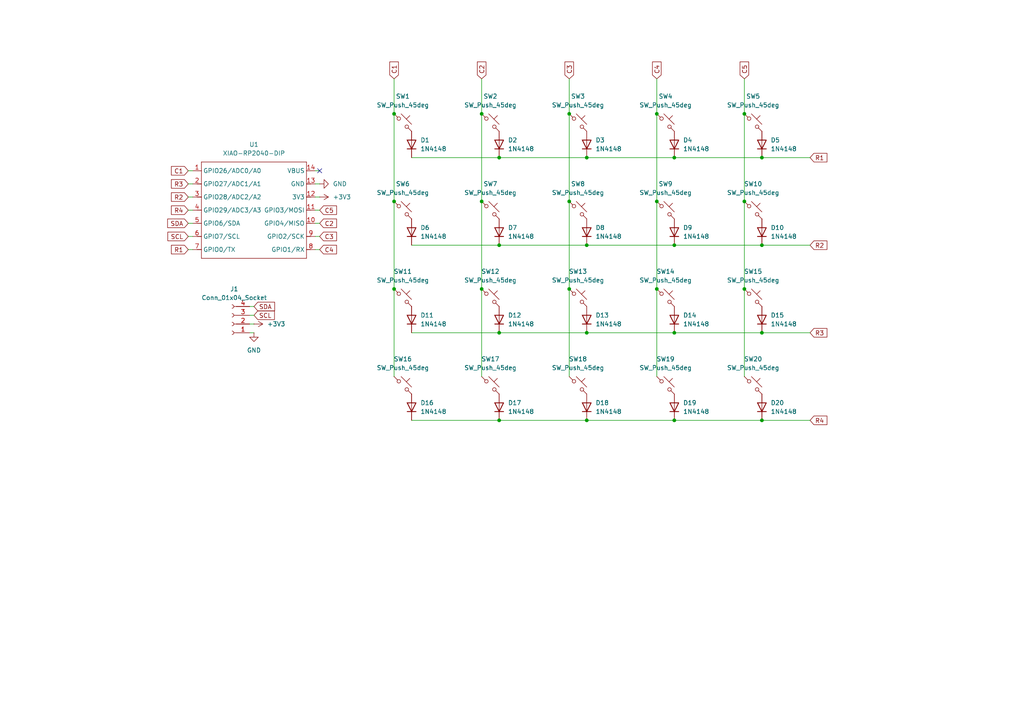
<source format=kicad_sch>
(kicad_sch (version 20250114) (generator "eeschema") (generator_version "9.0")
  (paper "A4")
  (lib_symbols
    (symbol "Connector:Conn_01x04_Socket" (pin_names (offset 1.016) (hide yes))
      (property "Reference" "J" (at 0 5.08 0))
      (property "Value" "Conn_01x04_Socket" (at 0 -7.62 0))
      (symbol "Conn_01x04_Socket_1_1"
        (polyline (pts (xy -1.27 2.54) (xy -0.508 2.54)) (stroke (width 0.1524)))
        (polyline (pts (xy -1.27 0) (xy -0.508 0)) (stroke (width 0.1524)))
        (polyline (pts (xy -1.27 -2.54) (xy -0.508 -2.54)) (stroke (width 0.1524)))
        (polyline (pts (xy -1.27 -5.08) (xy -0.508 -5.08)) (stroke (width 0.1524)))
        (arc (start 0 2.032) (mid -0.5058 2.54) (end 0 3.048) (stroke (width 0.1524)))
        (arc (start 0 -0.508) (mid -0.5058 0) (end 0 0.508) (stroke (width 0.1524)))
        (arc (start 0 -3.048) (mid -0.5058 -2.54) (end 0 -2.032) (stroke (width 0.1524)))
        (arc (start 0 -5.588) (mid -0.5058 -5.08) (end 0 -4.572) (stroke (width 0.1524)))
        (pin passive line (at -5.08 2.54 0) (length 3.81) (name "Pin_1") (number "1"))
        (pin passive line (at -5.08 0 0) (length 3.81) (name "Pin_2") (number "2"))
        (pin passive line (at -5.08 -2.54 0) (length 3.81) (name "Pin_3") (number "3"))
        (pin passive line (at -5.08 -5.08 0) (length 3.81) (name "Pin_4") (number "4"))
      )
    )
    (symbol "Diode:1N4148" (pin_numbers (hide yes)) (pin_names (hide yes))
      (property "Reference" "D" (at 0 2.54 0))
      (property "Value" "1N4148" (at 0 -2.54 0))
      (symbol "1N4148_0_1"
        (polyline (pts (xy -1.27 1.27) (xy -1.27 -1.27)) (stroke (width 0.254)))
        (polyline (pts (xy 1.27 1.27) (xy 1.27 -1.27) (xy -1.27 0) (xy 1.27 1.27)) (stroke (width 0.254)))
        (polyline (pts (xy 1.27 0) (xy -1.27 0)))
      )
      (symbol "1N4148_1_1"
        (pin passive line (at -3.81 0 0) (length 2.54) (name "K") (number "1"))
        (pin passive line (at 3.81 0 180) (length 2.54) (name "A") (number "2"))
      )
    )
    (symbol "Switch:SW_Push_45deg" (pin_numbers (hide yes)) (pin_names (offset 1.016) (hide yes))
      (property "Reference" "SW" (at 3.048 1.016 0))
      (property "Value" "SW_Push_45deg" (at 0 -3.81 0))
      (symbol "SW_Push_45deg_0_1"
        (polyline (pts (xy -2.54 2.54) (xy -1.524 1.524) (xy -1.524 1.524)))
        (circle (center -1.1684 1.1684) (radius 0.508))
        (polyline (pts (xy -0.508 2.54) (xy 2.54 -0.508)))
        (polyline (pts (xy 1.016 1.016) (xy 2.032 2.032)))
        (circle (center 1.143 -1.1938) (radius 0.508))
        (polyline (pts (xy 1.524 -1.524) (xy 2.54 -2.54) (xy 2.54 -2.54) (xy 2.54 -2.54)))
        (pin passive line (at -2.54 2.54 0) (length 0) (name "1") (number "1"))
        (pin passive line (at 2.54 -2.54 180) (length 0) (name "2") (number "2"))
      )
    )
    (symbol "XIAO:XIAO-RP2040-DIP"
      (property "Reference" "U" (at 0 0 0))
      (property "Value" "XIAO-RP2040-DIP" (at 5.334 -1.778 0))
      (symbol "XIAO-RP2040-DIP_1_0"
        (polyline (pts (xy -1.27 -2.54) (xy 29.21 -2.54)) (stroke (width 0.1524)))
        (polyline (pts (xy -1.27 -5.08) (xy -2.54 -5.08)) (stroke (width 0.1524)))
        (polyline (pts (xy -1.27 -5.08) (xy -1.27 -2.54)) (stroke (width 0.1524)))
        (polyline (pts (xy -1.27 -8.89) (xy -2.54 -8.89)) (stroke (width 0.1524)))
        (polyline (pts (xy -1.27 -8.89) (xy -1.27 -5.08)) (stroke (width 0.1524)))
        (polyline (pts (xy -1.27 -12.7) (xy -2.54 -12.7)) (stroke (width 0.1524)))
        (polyline (pts (xy -1.27 -12.7) (xy -1.27 -8.89)) (stroke (width 0.1524)))
        (polyline (pts (xy -1.27 -16.51) (xy -2.54 -16.51)) (stroke (width 0.1524)))
        (polyline (pts (xy -1.27 -16.51) (xy -1.27 -12.7)) (stroke (width 0.1524)))
        (polyline (pts (xy -1.27 -20.32) (xy -2.54 -20.32)) (stroke (width 0.1524)))
        (polyline (pts (xy -1.27 -24.13) (xy -2.54 -24.13)) (stroke (width 0.1524)))
        (polyline (pts (xy -1.27 -27.94) (xy -2.54 -27.94)) (stroke (width 0.1524)))
        (polyline (pts (xy -1.27 -30.48) (xy -1.27 -16.51)) (stroke (width 0.1524)))
        (polyline (pts (xy 29.21 -2.54) (xy 29.21 -5.08)) (stroke (width 0.1524)))
        (polyline (pts (xy 29.21 -5.08) (xy 29.21 -8.89)) (stroke (width 0.1524)))
        (polyline (pts (xy 29.21 -8.89) (xy 29.21 -12.7)) (stroke (width 0.1524)))
        (polyline (pts (xy 29.21 -12.7) (xy 29.21 -30.48)) (stroke (width 0.1524)))
        (polyline (pts (xy 29.21 -30.48) (xy -1.27 -30.48)) (stroke (width 0.1524)))
        (polyline (pts (xy 30.48 -5.08) (xy 29.21 -5.08)) (stroke (width 0.1524)))
        (polyline (pts (xy 30.48 -8.89) (xy 29.21 -8.89)) (stroke (width 0.1524)))
        (polyline (pts (xy 30.48 -12.7) (xy 29.21 -12.7)) (stroke (width 0.1524)))
        (polyline (pts (xy 30.48 -16.51) (xy 29.21 -16.51)) (stroke (width 0.1524)))
        (polyline (pts (xy 30.48 -20.32) (xy 29.21 -20.32)) (stroke (width 0.1524)))
        (polyline (pts (xy 30.48 -24.13) (xy 29.21 -24.13)) (stroke (width 0.1524)))
        (polyline (pts (xy 30.48 -27.94) (xy 29.21 -27.94)) (stroke (width 0.1524)))
        (pin passive line (at -3.81 -5.08 0) (length 2.54) (name "GPIO26/ADC0/A0") (number "1"))
        (pin passive line (at -3.81 -8.89 0) (length 2.54) (name "GPIO27/ADC1/A1") (number "2"))
        (pin passive line (at -3.81 -12.7 0) (length 2.54) (name "GPIO28/ADC2/A2") (number "3"))
        (pin passive line (at -3.81 -16.51 0) (length 2.54) (name "GPIO29/ADC3/A3") (number "4"))
        (pin passive line (at -3.81 -20.32 0) (length 2.54) (name "GPIO6/SDA") (number "5"))
        (pin passive line (at -3.81 -24.13 0) (length 2.54) (name "GPIO7/SCL") (number "6"))
        (pin passive line (at -3.81 -27.94 0) (length 2.54) (name "GPIO0/TX") (number "7"))
        (pin passive line (at 31.75 -5.08 180) (length 2.54) (name "VBUS") (number "14"))
        (pin passive line (at 31.75 -8.89 180) (length 2.54) (name "GND") (number "13"))
        (pin passive line (at 31.75 -12.7 180) (length 2.54) (name "3V3") (number "12"))
        (pin passive line (at 31.75 -16.51 180) (length 2.54) (name "GPIO3/MOSI") (number "11"))
        (pin passive line (at 31.75 -20.32 180) (length 2.54) (name "GPIO4/MISO") (number "10"))
        (pin passive line (at 31.75 -24.13 180) (length 2.54) (name "GPIO2/SCK") (number "9"))
        (pin passive line (at 31.75 -27.94 180) (length 2.54) (name "GPIO1/RX") (number "8"))
      )
    )
    (symbol "power:+3V3" (power) (pin_numbers (hide yes)) (pin_names (offset 0) (hide yes))
      (property "Value" "+3V3" (at 0 3.556 0))
      (symbol "+3V3_0_1"
        (polyline (pts (xy -0.762 1.27) (xy 0 2.54)))
        (polyline (pts (xy 0 2.54) (xy 0.762 1.27)))
        (polyline (pts (xy 0 0) (xy 0 2.54)))
      )
      (symbol "+3V3_1_1"
        (pin power_in line (at 0 0 90) (length 0) (name "~") (number "1"))
      )
    )
    (symbol "power:GND" (power) (pin_numbers (hide yes)) (pin_names (offset 0) (hide yes))
      (property "Value" "GND" (at 0 -3.81 0))
      (symbol "GND_0_1"
        (polyline (pts (xy 0 0) (xy 0 -1.27) (xy 1.27 -1.27) (xy 0 -2.54) (xy -1.27 -1.27) (xy 0 -1.27)))
      )
      (symbol "GND_1_1"
        (pin power_in line (at 0 0 270) (length 0) (name "~") (number "1"))
      )
    )
  )
  (junction (at 170.18 71.12))
  (junction (at 215.9 83.82))
  (junction (at 165.1 83.82))
  (junction (at 139.7 58.42))
  (junction (at 170.18 96.52))
  (junction (at 165.1 33.02))
  (junction (at 215.9 33.02))
  (junction (at 190.5 58.42))
  (junction (at 144.78 45.72))
  (junction (at 220.98 45.72))
  (junction (at 195.58 96.52))
  (junction (at 190.5 33.02))
  (junction (at 114.3 83.82))
  (junction (at 220.98 121.92))
  (junction (at 195.58 121.92))
  (junction (at 170.18 121.92))
  (junction (at 114.3 33.02))
  (junction (at 195.58 71.12))
  (junction (at 144.78 96.52))
  (junction (at 165.1 58.42))
  (junction (at 144.78 121.92))
  (junction (at 144.78 71.12))
  (junction (at 215.9 58.42))
  (junction (at 139.7 83.82))
  (junction (at 190.5 83.82))
  (junction (at 139.7 33.02))
  (junction (at 220.98 96.52))
  (junction (at 170.18 45.72))
  (junction (at 195.58 45.72))
  (junction (at 114.3 58.42))
  (junction (at 220.98 71.12))
  (no_connect (at 92.71 49.53))
  (wire (pts (xy 119.38 45.72) (xy 144.78 45.72)))
  (wire (pts (xy 119.38 121.92) (xy 144.78 121.92)))
  (wire (pts (xy 139.7 58.42) (xy 139.7 83.82)))
  (wire (pts (xy 54.61 68.58) (xy 55.88 68.58)))
  (wire (pts (xy 234.95 96.52) (xy 220.98 96.52)))
  (wire (pts (xy 73.66 93.98) (xy 72.39 93.98)))
  (wire (pts (xy 92.71 60.96) (xy 91.44 60.96)))
  (wire (pts (xy 54.61 57.15) (xy 55.88 57.15)))
  (wire (pts (xy 139.7 33.02) (xy 139.7 58.42)))
  (wire (pts (xy 114.3 83.82) (xy 114.3 109.22)))
  (wire (pts (xy 190.5 83.82) (xy 190.5 109.22)))
  (wire (pts (xy 170.18 45.72) (xy 195.58 45.72)))
  (wire (pts (xy 114.3 22.86) (xy 114.3 33.02)))
  (wire (pts (xy 139.7 83.82) (xy 139.7 109.22)))
  (wire (pts (xy 195.58 45.72) (xy 220.98 45.72)))
  (wire (pts (xy 144.78 45.72) (xy 170.18 45.72)))
  (wire (pts (xy 114.3 33.02) (xy 114.3 58.42)))
  (wire (pts (xy 215.9 22.86) (xy 215.9 33.02)))
  (wire (pts (xy 144.78 71.12) (xy 170.18 71.12)))
  (wire (pts (xy 170.18 71.12) (xy 195.58 71.12)))
  (wire (pts (xy 92.71 53.34) (xy 91.44 53.34)))
  (wire (pts (xy 92.71 57.15) (xy 91.44 57.15)))
  (wire (pts (xy 190.5 58.42) (xy 190.5 83.82)))
  (wire (pts (xy 92.71 68.58) (xy 91.44 68.58)))
  (wire (pts (xy 54.61 60.96) (xy 55.88 60.96)))
  (wire (pts (xy 54.61 53.34) (xy 55.88 53.34)))
  (wire (pts (xy 190.5 22.86) (xy 190.5 33.02)))
  (wire (pts (xy 54.61 49.53) (xy 55.88 49.53)))
  (wire (pts (xy 92.71 64.77) (xy 91.44 64.77)))
  (wire (pts (xy 195.58 121.92) (xy 220.98 121.92)))
  (wire (pts (xy 234.95 121.92) (xy 220.98 121.92)))
  (wire (pts (xy 234.95 71.12) (xy 220.98 71.12)))
  (wire (pts (xy 54.61 72.39) (xy 55.88 72.39)))
  (wire (pts (xy 190.5 33.02) (xy 190.5 58.42)))
  (wire (pts (xy 54.61 64.77) (xy 55.88 64.77)))
  (wire (pts (xy 144.78 96.52) (xy 170.18 96.52)))
  (wire (pts (xy 195.58 96.52) (xy 220.98 96.52)))
  (wire (pts (xy 119.38 71.12) (xy 144.78 71.12)))
  (wire (pts (xy 139.7 22.86) (xy 139.7 33.02)))
  (wire (pts (xy 165.1 33.02) (xy 165.1 58.42)))
  (wire (pts (xy 73.66 96.52) (xy 72.39 96.52)))
  (wire (pts (xy 119.38 96.52) (xy 144.78 96.52)))
  (wire (pts (xy 73.66 88.9) (xy 72.39 88.9)))
  (wire (pts (xy 215.9 58.42) (xy 215.9 83.82)))
  (wire (pts (xy 73.66 91.44) (xy 72.39 91.44)))
  (wire (pts (xy 165.1 83.82) (xy 165.1 109.22)))
  (wire (pts (xy 170.18 96.52) (xy 195.58 96.52)))
  (wire (pts (xy 234.95 45.72) (xy 220.98 45.72)))
  (wire (pts (xy 165.1 58.42) (xy 165.1 83.82)))
  (wire (pts (xy 144.78 121.92) (xy 170.18 121.92)))
  (wire (pts (xy 215.9 33.02) (xy 215.9 58.42)))
  (wire (pts (xy 114.3 58.42) (xy 114.3 83.82)))
  (wire (pts (xy 215.9 83.82) (xy 215.9 109.22)))
  (wire (pts (xy 195.58 71.12) (xy 220.98 71.12)))
  (wire (pts (xy 92.71 49.53) (xy 91.44 49.53)))
  (wire (pts (xy 165.1 22.86) (xy 165.1 33.02)))
  (wire (pts (xy 170.18 121.92) (xy 195.58 121.92)))
  (wire (pts (xy 92.71 72.39) (xy 91.44 72.39)))
  (global_label "C2" (shape input) (at 139.7 22.86 90) (property "Intersheetrefs" "${INTERSHEET_REFS}" (effects (hide yes))))
  (global_label "R2" (shape input) (at 234.95 71.12 0) (property "Intersheetrefs" "${INTERSHEET_REFS}" (effects (hide yes))))
  (global_label "C3" (shape input) (at 92.71 68.58 0) (property "Intersheetrefs" "${INTERSHEET_REFS}" (effects (hide yes))))
  (global_label "R1" (shape input) (at 54.61 72.39 180) (property "Intersheetrefs" "${INTERSHEET_REFS}" (effects (hide yes))))
  (global_label "C1" (shape input) (at 114.3 22.86 90) (property "Intersheetrefs" "${INTERSHEET_REFS}" (effects (hide yes))))
  (global_label "R3" (shape input) (at 54.61 53.34 180) (property "Intersheetrefs" "${INTERSHEET_REFS}" (effects (hide yes))))
  (global_label "R3" (shape input) (at 234.95 96.52 0) (property "Intersheetrefs" "${INTERSHEET_REFS}" (effects (hide yes))))
  (global_label "R1" (shape input) (at 234.95 45.72 0) (property "Intersheetrefs" "${INTERSHEET_REFS}" (effects (hide yes))))
  (global_label "R2" (shape input) (at 54.61 57.15 180) (property "Intersheetrefs" "${INTERSHEET_REFS}" (effects (hide yes))))
  (global_label "R4" (shape input) (at 234.95 121.92 0) (property "Intersheetrefs" "${INTERSHEET_REFS}" (effects (hide yes))))
  (global_label "C2" (shape input) (at 92.71 64.77 0) (property "Intersheetrefs" "${INTERSHEET_REFS}" (effects (hide yes))))
  (global_label "C1" (shape input) (at 54.61 49.53 180) (property "Intersheetrefs" "${INTERSHEET_REFS}" (effects (hide yes))))
  (global_label "C3" (shape input) (at 165.1 22.86 90) (property "Intersheetrefs" "${INTERSHEET_REFS}" (effects (hide yes))))
  (global_label "R4" (shape input) (at 54.61 60.96 180) (property "Intersheetrefs" "${INTERSHEET_REFS}" (effects (hide yes))))
  (global_label "SCL" (shape input) (at 54.61 68.58 180) (property "Intersheetrefs" "${INTERSHEET_REFS}" (effects (hide yes))))
  (global_label "SCL" (shape input) (at 73.66 91.44 0) (property "Intersheetrefs" "${INTERSHEET_REFS}" (effects (hide yes))))
  (global_label "C4" (shape input) (at 92.71 72.39 0) (property "Intersheetrefs" "${INTERSHEET_REFS}" (effects (hide yes))))
  (global_label "C5" (shape input) (at 92.71 60.96 0) (property "Intersheetrefs" "${INTERSHEET_REFS}" (effects (hide yes))))
  (global_label "C4" (shape input) (at 190.5 22.86 90) (property "Intersheetrefs" "${INTERSHEET_REFS}" (effects (hide yes))))
  (global_label "SDA" (shape input) (at 54.61 64.77 180) (property "Intersheetrefs" "${INTERSHEET_REFS}" (effects (hide yes))))
  (global_label "C5" (shape input) (at 215.9 22.86 90) (property "Intersheetrefs" "${INTERSHEET_REFS}" (effects (hide yes))))
  (global_label "SDA" (shape input) (at 73.66 88.9 0) (property "Intersheetrefs" "${INTERSHEET_REFS}" (effects (hide yes))))
  (symbol (lib_id "Diode:1N4148") (at 195.58 41.91 90) (unit 1)
    (property "Reference" "D4" (at 198.12 40.6399 90) (effects (justify right)))
    (property "Value" "1N4148" (at 198.12 43.1799 90) (effects (justify right)))
    (property "Footprint" "Diode_THT:D_DO-35_SOD27_P7.62mm_Horizontal" (effects (hide yes)))
    (property "Datasheet" "https://assets.nexperia.com/documents/data-sheet/1N4148_1N4448.pdf" (effects (hide yes)))
    (property "Description" "100V 0.15A standard switching diode, DO-35" (effects (hide yes)))
    (property "Sim.Device" "D" (effects (hide yes)))
    (property "Sim.Pins" "1=K 2=A" (effects (hide yes)))
  )
  (symbol (lib_id "Diode:1N4148") (at 195.58 118.11 90) (unit 1)
    (property "Reference" "D19" (at 198.12 116.8399 90) (effects (justify right)))
    (property "Value" "1N4148" (at 198.12 119.3799 90) (effects (justify right)))
    (property "Footprint" "Diode_THT:D_DO-35_SOD27_P7.62mm_Horizontal" (effects (hide yes)))
    (property "Datasheet" "https://assets.nexperia.com/documents/data-sheet/1N4148_1N4448.pdf" (effects (hide yes)))
    (property "Description" "100V 0.15A standard switching diode, DO-35" (effects (hide yes)))
    (property "Sim.Device" "D" (effects (hide yes)))
    (property "Sim.Pins" "1=K 2=A" (effects (hide yes)))
  )
  (symbol (lib_id "Switch:SW_Push_45deg") (at 116.84 86.36 0) (unit 1)
    (property "Reference" "SW11" (at 116.84 78.74 0))
    (property "Value" "SW_Push_45deg" (at 116.84 81.28 0))
    (property "Footprint" "dual_hotswap:dual-hotswap_MX" (effects (hide yes)))
    (property "Description" "Push button switch, normally open, two pins, 45° tilted" (effects (hide yes)))
  )
  (symbol (lib_id "Diode:1N4148") (at 220.98 41.91 90) (unit 1)
    (property "Reference" "D5" (at 223.52 40.6399 90) (effects (justify right)))
    (property "Value" "1N4148" (at 223.52 43.1799 90) (effects (justify right)))
    (property "Footprint" "Diode_THT:D_DO-35_SOD27_P7.62mm_Horizontal" (effects (hide yes)))
    (property "Datasheet" "https://assets.nexperia.com/documents/data-sheet/1N4148_1N4448.pdf" (effects (hide yes)))
    (property "Description" "100V 0.15A standard switching diode, DO-35" (effects (hide yes)))
    (property "Sim.Device" "D" (effects (hide yes)))
    (property "Sim.Pins" "1=K 2=A" (effects (hide yes)))
  )
  (symbol (lib_id "Diode:1N4148") (at 144.78 67.31 90) (unit 1)
    (property "Reference" "D7" (at 147.32 66.0399 90) (effects (justify right)))
    (property "Value" "1N4148" (at 147.32 68.5799 90) (effects (justify right)))
    (property "Footprint" "Diode_THT:D_DO-35_SOD27_P7.62mm_Horizontal" (effects (hide yes)))
    (property "Datasheet" "https://assets.nexperia.com/documents/data-sheet/1N4148_1N4448.pdf" (effects (hide yes)))
    (property "Description" "100V 0.15A standard switching diode, DO-35" (effects (hide yes)))
    (property "Sim.Device" "D" (effects (hide yes)))
    (property "Sim.Pins" "1=K 2=A" (effects (hide yes)))
  )
  (symbol (lib_id "XIAO:XIAO-RP2040-DIP") (at 59.69 44.45 0) (unit 1)
    (property "Reference" "U1" (at 73.66 41.91 0))
    (property "Value" "XIAO-RP2040-DIP" (at 73.66 44.45 0))
    (property "Footprint" "Seeed-XIAO:XIAO-RP2040-DIP" (effects (hide yes)))
  )
  (symbol (lib_id "Switch:SW_Push_45deg") (at 193.04 86.36 0) (unit 1)
    (property "Reference" "SW14" (at 193.04 78.74 0))
    (property "Value" "SW_Push_45deg" (at 193.04 81.28 0))
    (property "Footprint" "dual_hotswap:dual-hotswap_MX" (effects (hide yes)))
    (property "Description" "Push button switch, normally open, two pins, 45° tilted" (effects (hide yes)))
  )
  (symbol (lib_id "Diode:1N4148") (at 220.98 118.11 90) (unit 1)
    (property "Reference" "D20" (at 223.52 116.8399 90) (effects (justify right)))
    (property "Value" "1N4148" (at 223.52 119.3799 90) (effects (justify right)))
    (property "Footprint" "Diode_THT:D_DO-35_SOD27_P7.62mm_Horizontal" (effects (hide yes)))
    (property "Datasheet" "https://assets.nexperia.com/documents/data-sheet/1N4148_1N4448.pdf" (effects (hide yes)))
    (property "Description" "100V 0.15A standard switching diode, DO-35" (effects (hide yes)))
    (property "Sim.Device" "D" (effects (hide yes)))
    (property "Sim.Pins" "1=K 2=A" (effects (hide yes)))
  )
  (symbol (lib_id "Switch:SW_Push_45deg") (at 218.44 35.56 0) (unit 1)
    (property "Reference" "SW5" (at 218.44 27.94 0))
    (property "Value" "SW_Push_45deg" (at 218.44 30.48 0))
    (property "Footprint" "dual_hotswap:dual-hotswap_MX" (effects (hide yes)))
    (property "Description" "Push button switch, normally open, two pins, 45° tilted" (effects (hide yes)))
  )
  (symbol (lib_id "Switch:SW_Push_45deg") (at 218.44 60.96 0) (unit 1)
    (property "Reference" "SW10" (at 218.44 53.34 0))
    (property "Value" "SW_Push_45deg" (at 218.44 55.88 0))
    (property "Footprint" "dual_hotswap:dual-hotswap_MX" (effects (hide yes)))
    (property "Description" "Push button switch, normally open, two pins, 45° tilted" (effects (hide yes)))
  )
  (symbol (lib_id "Diode:1N4148") (at 144.78 92.71 90) (unit 1)
    (property "Reference" "D12" (at 147.32 91.4399 90) (effects (justify right)))
    (property "Value" "1N4148" (at 147.32 93.9799 90) (effects (justify right)))
    (property "Footprint" "Diode_THT:D_DO-35_SOD27_P7.62mm_Horizontal" (effects (hide yes)))
    (property "Datasheet" "https://assets.nexperia.com/documents/data-sheet/1N4148_1N4448.pdf" (effects (hide yes)))
    (property "Description" "100V 0.15A standard switching diode, DO-35" (effects (hide yes)))
    (property "Sim.Device" "D" (effects (hide yes)))
    (property "Sim.Pins" "1=K 2=A" (effects (hide yes)))
  )
  (symbol (lib_id "Switch:SW_Push_45deg") (at 167.64 111.76 0) (unit 1)
    (property "Reference" "SW18" (at 167.64 104.14 0))
    (property "Value" "SW_Push_45deg" (at 167.64 106.68 0))
    (property "Footprint" "dual_hotswap:dual-hotswap_MX" (effects (hide yes)))
    (property "Description" "Push button switch, normally open, two pins, 45° tilted" (effects (hide yes)))
  )
  (symbol (lib_id "power:GND") (at 73.66 96.52 0) (unit 1)
    (property "Reference" "#PWR02" (effects (hide yes)))
    (property "Value" "GND" (at 73.66 101.6 0))
    (property "Description" "Power symbol creates a global label with name \"GND\" , ground" (effects (hide yes)))
  )
  (symbol (lib_id "Switch:SW_Push_45deg") (at 142.24 86.36 0) (unit 1)
    (property "Reference" "SW12" (at 142.24 78.74 0))
    (property "Value" "SW_Push_45deg" (at 142.24 81.28 0))
    (property "Footprint" "dual_hotswap:dual-hotswap_MX" (effects (hide yes)))
    (property "Description" "Push button switch, normally open, two pins, 45° tilted" (effects (hide yes)))
  )
  (symbol (lib_id "Switch:SW_Push_45deg") (at 218.44 111.76 0) (unit 1)
    (property "Reference" "SW20" (at 218.44 104.14 0))
    (property "Value" "SW_Push_45deg" (at 218.44 106.68 0))
    (property "Footprint" "dual_hotswap:dual-hotswap_MX" (effects (hide yes)))
    (property "Description" "Push button switch, normally open, two pins, 45° tilted" (effects (hide yes)))
  )
  (symbol (lib_id "Diode:1N4148") (at 119.38 92.71 90) (unit 1)
    (property "Reference" "D11" (at 121.92 91.4399 90) (effects (justify right)))
    (property "Value" "1N4148" (at 121.92 93.9799 90) (effects (justify right)))
    (property "Footprint" "Diode_THT:D_DO-35_SOD27_P7.62mm_Horizontal" (effects (hide yes)))
    (property "Datasheet" "https://assets.nexperia.com/documents/data-sheet/1N4148_1N4448.pdf" (effects (hide yes)))
    (property "Description" "100V 0.15A standard switching diode, DO-35" (effects (hide yes)))
    (property "Sim.Device" "D" (effects (hide yes)))
    (property "Sim.Pins" "1=K 2=A" (effects (hide yes)))
  )
  (symbol (lib_id "Diode:1N4148") (at 170.18 41.91 90) (unit 1)
    (property "Reference" "D3" (at 172.72 40.6399 90) (effects (justify right)))
    (property "Value" "1N4148" (at 172.72 43.1799 90) (effects (justify right)))
    (property "Footprint" "Diode_THT:D_DO-35_SOD27_P7.62mm_Horizontal" (effects (hide yes)))
    (property "Datasheet" "https://assets.nexperia.com/documents/data-sheet/1N4148_1N4448.pdf" (effects (hide yes)))
    (property "Description" "100V 0.15A standard switching diode, DO-35" (effects (hide yes)))
    (property "Sim.Device" "D" (effects (hide yes)))
    (property "Sim.Pins" "1=K 2=A" (effects (hide yes)))
  )
  (symbol (lib_id "Diode:1N4148") (at 144.78 41.91 90) (unit 1)
    (property "Reference" "D2" (at 147.32 40.6399 90) (effects (justify right)))
    (property "Value" "1N4148" (at 147.32 43.1799 90) (effects (justify right)))
    (property "Footprint" "Diode_THT:D_DO-35_SOD27_P7.62mm_Horizontal" (effects (hide yes)))
    (property "Datasheet" "https://assets.nexperia.com/documents/data-sheet/1N4148_1N4448.pdf" (effects (hide yes)))
    (property "Description" "100V 0.15A standard switching diode, DO-35" (effects (hide yes)))
    (property "Sim.Device" "D" (effects (hide yes)))
    (property "Sim.Pins" "1=K 2=A" (effects (hide yes)))
  )
  (symbol (lib_id "Switch:SW_Push_45deg") (at 116.84 111.76 0) (unit 1)
    (property "Reference" "SW16" (at 116.84 104.14 0))
    (property "Value" "SW_Push_45deg" (at 116.84 106.68 0))
    (property "Footprint" "dual_hotswap:dual-hotswap_MX" (effects (hide yes)))
    (property "Description" "Push button switch, normally open, two pins, 45° tilted" (effects (hide yes)))
  )
  (symbol (lib_id "Switch:SW_Push_45deg") (at 116.84 60.96 0) (unit 1)
    (property "Reference" "SW6" (at 116.84 53.34 0))
    (property "Value" "SW_Push_45deg" (at 116.84 55.88 0))
    (property "Footprint" "dual_hotswap:dual-hotswap_MX" (effects (hide yes)))
    (property "Description" "Push button switch, normally open, two pins, 45° tilted" (effects (hide yes)))
  )
  (symbol (lib_id "Switch:SW_Push_45deg") (at 142.24 111.76 0) (unit 1)
    (property "Reference" "SW17" (at 142.24 104.14 0))
    (property "Value" "SW_Push_45deg" (at 142.24 106.68 0))
    (property "Footprint" "dual_hotswap:dual-hotswap_MX" (effects (hide yes)))
    (property "Description" "Push button switch, normally open, two pins, 45° tilted" (effects (hide yes)))
  )
  (symbol (lib_id "Diode:1N4148") (at 119.38 41.91 90) (unit 1)
    (property "Reference" "D1" (at 121.92 40.6399 90) (effects (justify right)))
    (property "Value" "1N4148" (at 121.92 43.1799 90) (effects (justify right)))
    (property "Footprint" "Diode_THT:D_DO-35_SOD27_P7.62mm_Horizontal" (effects (hide yes)))
    (property "Datasheet" "https://assets.nexperia.com/documents/data-sheet/1N4148_1N4448.pdf" (effects (hide yes)))
    (property "Description" "100V 0.15A standard switching diode, DO-35" (effects (hide yes)))
    (property "Sim.Device" "D" (effects (hide yes)))
    (property "Sim.Pins" "1=K 2=A" (effects (hide yes)))
  )
  (symbol (lib_id "power:+3V3") (at 73.66 93.98 270) (unit 1)
    (property "Reference" "#PWR01" (effects (hide yes)))
    (property "Value" "+3V3" (at 77.47 93.9799 90) (effects (justify left)))
    (property "Description" "Power symbol creates a global label with name \"+3V3\"" (effects (hide yes)))
  )
  (symbol (lib_id "Diode:1N4148") (at 144.78 118.11 90) (unit 1)
    (property "Reference" "D17" (at 147.32 116.8399 90) (effects (justify right)))
    (property "Value" "1N4148" (at 147.32 119.3799 90) (effects (justify right)))
    (property "Footprint" "Diode_THT:D_DO-35_SOD27_P7.62mm_Horizontal" (effects (hide yes)))
    (property "Datasheet" "https://assets.nexperia.com/documents/data-sheet/1N4148_1N4448.pdf" (effects (hide yes)))
    (property "Description" "100V 0.15A standard switching diode, DO-35" (effects (hide yes)))
    (property "Sim.Device" "D" (effects (hide yes)))
    (property "Sim.Pins" "1=K 2=A" (effects (hide yes)))
  )
  (symbol (lib_id "Switch:SW_Push_45deg") (at 116.84 35.56 0) (unit 1)
    (property "Reference" "SW1" (at 116.84 27.94 0))
    (property "Value" "SW_Push_45deg" (at 116.84 30.48 0))
    (property "Footprint" "dual_hotswap:dual-hotswap_MX" (effects (hide yes)))
    (property "Description" "Push button switch, normally open, two pins, 45° tilted" (effects (hide yes)))
  )
  (symbol (lib_id "power:+3V3") (at 92.71 57.15 270) (unit 1)
    (property "Reference" "#PWR04" (effects (hide yes)))
    (property "Value" "+3V3" (at 96.52 57.1499 90) (effects (justify left)))
    (property "Description" "Power symbol creates a global label with name \"+3V3\"" (effects (hide yes)))
  )
  (symbol (lib_id "Switch:SW_Push_45deg") (at 193.04 111.76 0) (unit 1)
    (property "Reference" "SW19" (at 193.04 104.14 0))
    (property "Value" "SW_Push_45deg" (at 193.04 106.68 0))
    (property "Footprint" "dual_hotswap:dual-hotswap_MX" (effects (hide yes)))
    (property "Description" "Push button switch, normally open, two pins, 45° tilted" (effects (hide yes)))
  )
  (symbol (lib_id "Switch:SW_Push_45deg") (at 218.44 86.36 0) (unit 1)
    (property "Reference" "SW15" (at 218.44 78.74 0))
    (property "Value" "SW_Push_45deg" (at 218.44 81.28 0))
    (property "Footprint" "dual_hotswap:dual-hotswap_MX" (effects (hide yes)))
    (property "Description" "Push button switch, normally open, two pins, 45° tilted" (effects (hide yes)))
  )
  (symbol (lib_id "Switch:SW_Push_45deg") (at 142.24 35.56 0) (unit 1)
    (property "Reference" "SW2" (at 142.24 27.94 0))
    (property "Value" "SW_Push_45deg" (at 142.24 30.48 0))
    (property "Footprint" "dual_hotswap:dual-hotswap_MX" (effects (hide yes)))
    (property "Description" "Push button switch, normally open, two pins, 45° tilted" (effects (hide yes)))
  )
  (symbol (lib_id "Diode:1N4148") (at 119.38 67.31 90) (unit 1)
    (property "Reference" "D6" (at 121.92 66.0399 90) (effects (justify right)))
    (property "Value" "1N4148" (at 121.92 68.5799 90) (effects (justify right)))
    (property "Footprint" "Diode_THT:D_DO-35_SOD27_P7.62mm_Horizontal" (effects (hide yes)))
    (property "Datasheet" "https://assets.nexperia.com/documents/data-sheet/1N4148_1N4448.pdf" (effects (hide yes)))
    (property "Description" "100V 0.15A standard switching diode, DO-35" (effects (hide yes)))
    (property "Sim.Device" "D" (effects (hide yes)))
    (property "Sim.Pins" "1=K 2=A" (effects (hide yes)))
  )
  (symbol (lib_id "Diode:1N4148") (at 170.18 118.11 90) (unit 1)
    (property "Reference" "D18" (at 172.72 116.8399 90) (effects (justify right)))
    (property "Value" "1N4148" (at 172.72 119.3799 90) (effects (justify right)))
    (property "Footprint" "Diode_THT:D_DO-35_SOD27_P7.62mm_Horizontal" (effects (hide yes)))
    (property "Datasheet" "https://assets.nexperia.com/documents/data-sheet/1N4148_1N4448.pdf" (effects (hide yes)))
    (property "Description" "100V 0.15A standard switching diode, DO-35" (effects (hide yes)))
    (property "Sim.Device" "D" (effects (hide yes)))
    (property "Sim.Pins" "1=K 2=A" (effects (hide yes)))
  )
  (symbol (lib_id "Diode:1N4148") (at 170.18 67.31 90) (unit 1)
    (property "Reference" "D8" (at 172.72 66.0399 90) (effects (justify right)))
    (property "Value" "1N4148" (at 172.72 68.5799 90) (effects (justify right)))
    (property "Footprint" "Diode_THT:D_DO-35_SOD27_P7.62mm_Horizontal" (effects (hide yes)))
    (property "Datasheet" "https://assets.nexperia.com/documents/data-sheet/1N4148_1N4448.pdf" (effects (hide yes)))
    (property "Description" "100V 0.15A standard switching diode, DO-35" (effects (hide yes)))
    (property "Sim.Device" "D" (effects (hide yes)))
    (property "Sim.Pins" "1=K 2=A" (effects (hide yes)))
  )
  (symbol (lib_id "Diode:1N4148") (at 119.38 118.11 90) (unit 1)
    (property "Reference" "D16" (at 121.92 116.8399 90) (effects (justify right)))
    (property "Value" "1N4148" (at 121.92 119.3799 90) (effects (justify right)))
    (property "Footprint" "Diode_THT:D_DO-35_SOD27_P7.62mm_Horizontal" (effects (hide yes)))
    (property "Datasheet" "https://assets.nexperia.com/documents/data-sheet/1N4148_1N4448.pdf" (effects (hide yes)))
    (property "Description" "100V 0.15A standard switching diode, DO-35" (effects (hide yes)))
    (property "Sim.Device" "D" (effects (hide yes)))
    (property "Sim.Pins" "1=K 2=A" (effects (hide yes)))
  )
  (symbol (lib_id "Diode:1N4148") (at 220.98 67.31 90) (unit 1)
    (property "Reference" "D10" (at 223.52 66.0399 90) (effects (justify right)))
    (property "Value" "1N4148" (at 223.52 68.5799 90) (effects (justify right)))
    (property "Footprint" "Diode_THT:D_DO-35_SOD27_P7.62mm_Horizontal" (effects (hide yes)))
    (property "Datasheet" "https://assets.nexperia.com/documents/data-sheet/1N4148_1N4448.pdf" (effects (hide yes)))
    (property "Description" "100V 0.15A standard switching diode, DO-35" (effects (hide yes)))
    (property "Sim.Device" "D" (effects (hide yes)))
    (property "Sim.Pins" "1=K 2=A" (effects (hide yes)))
  )
  (symbol (lib_id "Switch:SW_Push_45deg") (at 167.64 60.96 0) (unit 1)
    (property "Reference" "SW8" (at 167.64 53.34 0))
    (property "Value" "SW_Push_45deg" (at 167.64 55.88 0))
    (property "Footprint" "dual_hotswap:dual-hotswap_MX" (effects (hide yes)))
    (property "Description" "Push button switch, normally open, two pins, 45° tilted" (effects (hide yes)))
  )
  (symbol (lib_id "Switch:SW_Push_45deg") (at 193.04 60.96 0) (unit 1)
    (property "Reference" "SW9" (at 193.04 53.34 0))
    (property "Value" "SW_Push_45deg" (at 193.04 55.88 0))
    (property "Footprint" "dual_hotswap:dual-hotswap_MX" (effects (hide yes)))
    (property "Description" "Push button switch, normally open, two pins, 45° tilted" (effects (hide yes)))
  )
  (symbol (lib_id "Connector:Conn_01x04_Socket") (at 67.31 93.98 180) (unit 1)
    (property "Reference" "J1" (at 67.945 83.82 0))
    (property "Value" "Conn_01x04_Socket" (at 67.945 86.36 0))
    (property "Footprint" "0.91-OLED:SSD1306-0.91-OLED-4pin-128x32" (effects (hide yes)))
    (property "Description" "Generic connector, single row, 01x04, script generated" (effects (hide yes)))
  )
  (symbol (lib_id "Diode:1N4148") (at 220.98 92.71 90) (unit 1)
    (property "Reference" "D15" (at 223.52 91.4399 90) (effects (justify right)))
    (property "Value" "1N4148" (at 223.52 93.9799 90) (effects (justify right)))
    (property "Footprint" "Diode_THT:D_DO-35_SOD27_P7.62mm_Horizontal" (effects (hide yes)))
    (property "Datasheet" "https://assets.nexperia.com/documents/data-sheet/1N4148_1N4448.pdf" (effects (hide yes)))
    (property "Description" "100V 0.15A standard switching diode, DO-35" (effects (hide yes)))
    (property "Sim.Device" "D" (effects (hide yes)))
    (property "Sim.Pins" "1=K 2=A" (effects (hide yes)))
  )
  (symbol (lib_id "Switch:SW_Push_45deg") (at 167.64 86.36 0) (unit 1)
    (property "Reference" "SW13" (at 167.64 78.74 0))
    (property "Value" "SW_Push_45deg" (at 167.64 81.28 0))
    (property "Footprint" "dual_hotswap:dual-hotswap_MX" (effects (hide yes)))
    (property "Description" "Push button switch, normally open, two pins, 45° tilted" (effects (hide yes)))
  )
  (symbol (lib_id "Switch:SW_Push_45deg") (at 193.04 35.56 0) (unit 1)
    (property "Reference" "SW4" (at 193.04 27.94 0))
    (property "Value" "SW_Push_45deg" (at 193.04 30.48 0))
    (property "Footprint" "dual_hotswap:dual-hotswap_MX" (effects (hide yes)))
    (property "Description" "Push button switch, normally open, two pins, 45° tilted" (effects (hide yes)))
  )
  (symbol (lib_id "Diode:1N4148") (at 195.58 67.31 90) (unit 1)
    (property "Reference" "D9" (at 198.12 66.0399 90) (effects (justify right)))
    (property "Value" "1N4148" (at 198.12 68.5799 90) (effects (justify right)))
    (property "Footprint" "Diode_THT:D_DO-35_SOD27_P7.62mm_Horizontal" (effects (hide yes)))
    (property "Datasheet" "https://assets.nexperia.com/documents/data-sheet/1N4148_1N4448.pdf" (effects (hide yes)))
    (property "Description" "100V 0.15A standard switching diode, DO-35" (effects (hide yes)))
    (property "Sim.Device" "D" (effects (hide yes)))
    (property "Sim.Pins" "1=K 2=A" (effects (hide yes)))
  )
  (symbol (lib_id "Switch:SW_Push_45deg") (at 167.64 35.56 0) (unit 1)
    (property "Reference" "SW3" (at 167.64 27.94 0))
    (property "Value" "SW_Push_45deg" (at 167.64 30.48 0))
    (property "Footprint" "dual_hotswap:dual-hotswap_MX" (effects (hide yes)))
    (property "Description" "Push button switch, normally open, two pins, 45° tilted" (effects (hide yes)))
  )
  (symbol (lib_id "power:GND") (at 92.71 53.34 90) (unit 1)
    (property "Reference" "#PWR03" (effects (hide yes)))
    (property "Value" "GND" (at 96.52 53.3399 90) (effects (justify right)))
    (property "Description" "Power symbol creates a global label with name \"GND\" , ground" (effects (hide yes)))
  )
  (symbol (lib_id "Switch:SW_Push_45deg") (at 142.24 60.96 0) (unit 1)
    (property "Reference" "SW7" (at 142.24 53.34 0))
    (property "Value" "SW_Push_45deg" (at 142.24 55.88 0))
    (property "Footprint" "dual_hotswap:dual-hotswap_MX" (effects (hide yes)))
    (property "Description" "Push button switch, normally open, two pins, 45° tilted" (effects (hide yes)))
  )
  (symbol (lib_id "Diode:1N4148") (at 170.18 92.71 90) (unit 1)
    (property "Reference" "D13" (at 172.72 91.4399 90) (effects (justify right)))
    (property "Value" "1N4148" (at 172.72 93.9799 90) (effects (justify right)))
    (property "Footprint" "Diode_THT:D_DO-35_SOD27_P7.62mm_Horizontal" (effects (hide yes)))
    (property "Datasheet" "https://assets.nexperia.com/documents/data-sheet/1N4148_1N4448.pdf" (effects (hide yes)))
    (property "Description" "100V 0.15A standard switching diode, DO-35" (effects (hide yes)))
    (property "Sim.Device" "D" (effects (hide yes)))
    (property "Sim.Pins" "1=K 2=A" (effects (hide yes)))
  )
  (symbol (lib_id "Diode:1N4148") (at 195.58 92.71 90) (unit 1)
    (property "Reference" "D14" (at 198.12 91.4399 90) (effects (justify right)))
    (property "Value" "1N4148" (at 198.12 93.9799 90) (effects (justify right)))
    (property "Footprint" "Diode_THT:D_DO-35_SOD27_P7.62mm_Horizontal" (effects (hide yes)))
    (property "Datasheet" "https://assets.nexperia.com/documents/data-sheet/1N4148_1N4448.pdf" (effects (hide yes)))
    (property "Description" "100V 0.15A standard switching diode, DO-35" (effects (hide yes)))
    (property "Sim.Device" "D" (effects (hide yes)))
    (property "Sim.Pins" "1=K 2=A" (effects (hide yes)))
  )
)
</source>
